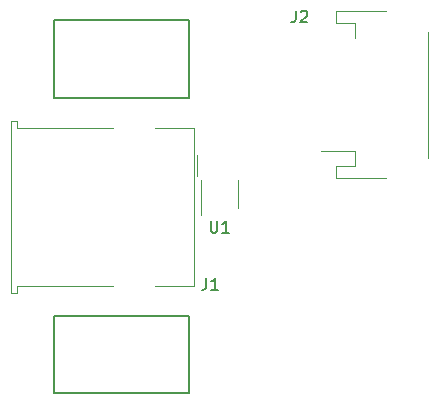
<source format=gto>
G04 #@! TF.GenerationSoftware,KiCad,Pcbnew,(5.1.9)-1*
G04 #@! TF.CreationDate,2021-08-18T12:55:09-04:00*
G04 #@! TF.ProjectId,si-mips-usb-a-if,73692d6d-6970-4732-9d75-73622d612d69,rev?*
G04 #@! TF.SameCoordinates,Original*
G04 #@! TF.FileFunction,Legend,Top*
G04 #@! TF.FilePolarity,Positive*
%FSLAX46Y46*%
G04 Gerber Fmt 4.6, Leading zero omitted, Abs format (unit mm)*
G04 Created by KiCad (PCBNEW (5.1.9)-1) date 2021-08-18 12:55:09*
%MOMM*%
%LPD*%
G01*
G04 APERTURE LIST*
%ADD10C,0.120000*%
%ADD11C,0.150000*%
G04 APERTURE END LIST*
D10*
G04 #@! TO.C,J2*
X120010000Y-72340000D02*
X120010000Y-61660000D01*
X113790000Y-60960000D02*
X113790000Y-62240000D01*
X112190000Y-60960000D02*
X113790000Y-60960000D01*
X112190000Y-59940000D02*
X112190000Y-60960000D01*
X116440000Y-59940000D02*
X112190000Y-59940000D01*
X113790000Y-71760000D02*
X110900000Y-71760000D01*
X113790000Y-73040000D02*
X113790000Y-71760000D01*
X112190000Y-73040000D02*
X113790000Y-73040000D01*
X112190000Y-74060000D02*
X112190000Y-73040000D01*
X116440000Y-74060000D02*
X112190000Y-74060000D01*
G04 #@! TO.C,U1*
X103910000Y-76600000D02*
X103910000Y-74200000D01*
X100810000Y-74200000D02*
X100810000Y-77150000D01*
G04 #@! TO.C,J1*
X85220000Y-69840000D02*
X93330000Y-69840000D01*
X85220000Y-69840000D02*
X85220000Y-69190000D01*
X100180000Y-69840000D02*
X100180000Y-83160000D01*
X100180000Y-69840000D02*
X96850000Y-69840000D01*
X100180000Y-83160000D02*
X96850000Y-83160000D01*
X84700000Y-83810000D02*
X85220000Y-83810000D01*
X84700000Y-69190000D02*
X84700000Y-83810000D01*
X93330000Y-83160000D02*
X85220000Y-83160000D01*
X85220000Y-69190000D02*
X84700000Y-69190000D01*
X85220000Y-83810000D02*
X85220000Y-83160000D01*
X100400000Y-72100000D02*
X100400000Y-73900000D01*
D11*
G04 #@! TO.C,H1*
X88290000Y-67300000D02*
X99790000Y-67250000D01*
X99790000Y-67250000D02*
X99740000Y-60700000D01*
X99740000Y-60700000D02*
X88290000Y-60700000D01*
X88290000Y-60700000D02*
X88290000Y-67300000D01*
G04 #@! TO.C,H2*
X88290000Y-92300000D02*
X99790000Y-92250000D01*
X99790000Y-92250000D02*
X99740000Y-85700000D01*
X99740000Y-85700000D02*
X88290000Y-85700000D01*
X88290000Y-85700000D02*
X88290000Y-92300000D01*
G04 #@! TO.C,J2*
X108776666Y-59882380D02*
X108776666Y-60596666D01*
X108729047Y-60739523D01*
X108633809Y-60834761D01*
X108490952Y-60882380D01*
X108395714Y-60882380D01*
X109205238Y-59977619D02*
X109252857Y-59930000D01*
X109348095Y-59882380D01*
X109586190Y-59882380D01*
X109681428Y-59930000D01*
X109729047Y-59977619D01*
X109776666Y-60072857D01*
X109776666Y-60168095D01*
X109729047Y-60310952D01*
X109157619Y-60882380D01*
X109776666Y-60882380D01*
G04 #@! TO.C,U1*
X101578095Y-77672380D02*
X101578095Y-78481904D01*
X101625714Y-78577142D01*
X101673333Y-78624761D01*
X101768571Y-78672380D01*
X101959047Y-78672380D01*
X102054285Y-78624761D01*
X102101904Y-78577142D01*
X102149523Y-78481904D01*
X102149523Y-77672380D01*
X103149523Y-78672380D02*
X102578095Y-78672380D01*
X102863809Y-78672380D02*
X102863809Y-77672380D01*
X102768571Y-77815238D01*
X102673333Y-77910476D01*
X102578095Y-77958095D01*
G04 #@! TO.C,J1*
X101226666Y-82522380D02*
X101226666Y-83236666D01*
X101179047Y-83379523D01*
X101083809Y-83474761D01*
X100940952Y-83522380D01*
X100845714Y-83522380D01*
X102226666Y-83522380D02*
X101655238Y-83522380D01*
X101940952Y-83522380D02*
X101940952Y-82522380D01*
X101845714Y-82665238D01*
X101750476Y-82760476D01*
X101655238Y-82808095D01*
G04 #@! TD*
M02*

</source>
